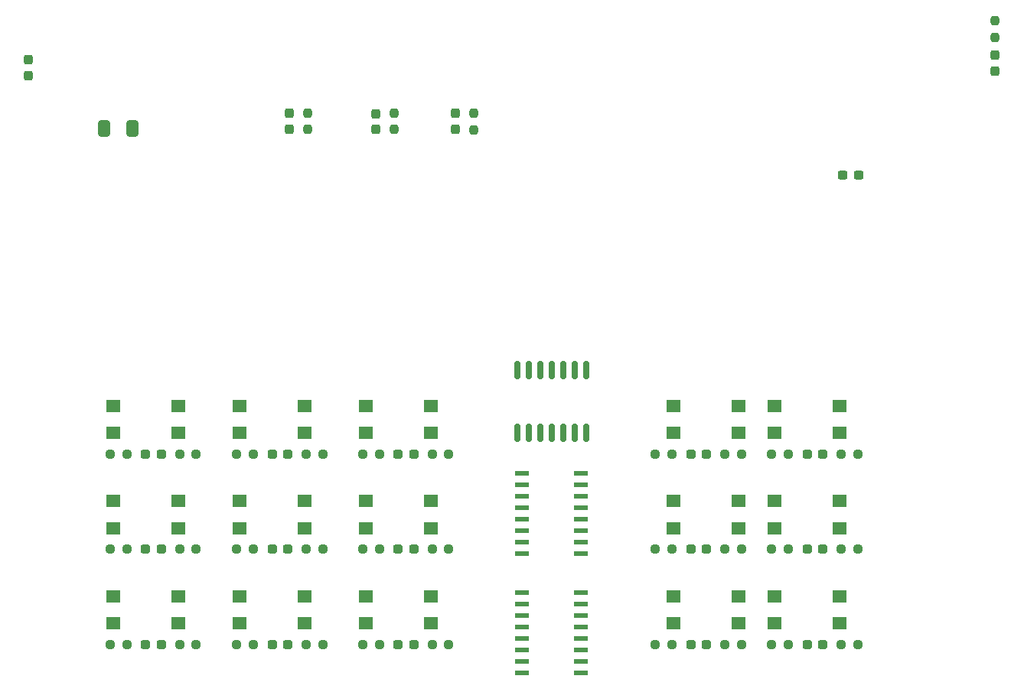
<source format=gbr>
%TF.GenerationSoftware,KiCad,Pcbnew,7.0.7*%
%TF.CreationDate,2024-03-26T15:37:16-05:00*%
%TF.ProjectId,CoreBoard,436f7265-426f-4617-9264-2e6b69636164,rev?*%
%TF.SameCoordinates,Original*%
%TF.FileFunction,Paste,Top*%
%TF.FilePolarity,Positive*%
%FSLAX46Y46*%
G04 Gerber Fmt 4.6, Leading zero omitted, Abs format (unit mm)*
G04 Created by KiCad (PCBNEW 7.0.7) date 2024-03-26 15:37:16*
%MOMM*%
%LPD*%
G01*
G04 APERTURE LIST*
G04 Aperture macros list*
%AMRoundRect*
0 Rectangle with rounded corners*
0 $1 Rounding radius*
0 $2 $3 $4 $5 $6 $7 $8 $9 X,Y pos of 4 corners*
0 Add a 4 corners polygon primitive as box body*
4,1,4,$2,$3,$4,$5,$6,$7,$8,$9,$2,$3,0*
0 Add four circle primitives for the rounded corners*
1,1,$1+$1,$2,$3*
1,1,$1+$1,$4,$5*
1,1,$1+$1,$6,$7*
1,1,$1+$1,$8,$9*
0 Add four rect primitives between the rounded corners*
20,1,$1+$1,$2,$3,$4,$5,0*
20,1,$1+$1,$4,$5,$6,$7,0*
20,1,$1+$1,$6,$7,$8,$9,0*
20,1,$1+$1,$8,$9,$2,$3,0*%
G04 Aperture macros list end*
%ADD10RoundRect,0.237500X-0.287500X-0.237500X0.287500X-0.237500X0.287500X0.237500X-0.287500X0.237500X0*%
%ADD11RoundRect,0.237500X-0.250000X-0.237500X0.250000X-0.237500X0.250000X0.237500X-0.250000X0.237500X0*%
%ADD12R,1.600000X1.400000*%
%ADD13RoundRect,0.237500X0.237500X-0.250000X0.237500X0.250000X-0.237500X0.250000X-0.237500X-0.250000X0*%
%ADD14RoundRect,0.250000X-0.412500X-0.650000X0.412500X-0.650000X0.412500X0.650000X-0.412500X0.650000X0*%
%ADD15RoundRect,0.237500X-0.237500X0.287500X-0.237500X-0.287500X0.237500X-0.287500X0.237500X0.287500X0*%
%ADD16RoundRect,0.237500X0.237500X-0.300000X0.237500X0.300000X-0.237500X0.300000X-0.237500X-0.300000X0*%
%ADD17RoundRect,0.150000X-0.150000X0.837500X-0.150000X-0.837500X0.150000X-0.837500X0.150000X0.837500X0*%
%ADD18RoundRect,0.237500X-0.300000X-0.237500X0.300000X-0.237500X0.300000X0.237500X-0.300000X0.237500X0*%
%ADD19RoundRect,0.237500X-0.237500X0.250000X-0.237500X-0.250000X0.237500X-0.250000X0.237500X0.250000X0*%
%ADD20RoundRect,0.237500X0.237500X-0.287500X0.237500X0.287500X-0.237500X0.287500X-0.237500X-0.287500X0*%
%ADD21RoundRect,0.137500X0.662500X0.137500X-0.662500X0.137500X-0.662500X-0.137500X0.662500X-0.137500X0*%
%ADD22RoundRect,0.137500X-0.662500X-0.137500X0.662500X-0.137500X0.662500X0.137500X-0.662500X0.137500X0*%
G04 APERTURE END LIST*
D10*
%TO.C,D6*%
X111266000Y-111125000D03*
X113016000Y-111125000D03*
%TD*%
D11*
%TO.C,R16*%
X115038500Y-121666000D03*
X116863500Y-121666000D03*
%TD*%
%TO.C,R6*%
X115038500Y-111125000D03*
X116863500Y-111125000D03*
%TD*%
D12*
%TO.C,SW15*%
X166834000Y-95274000D03*
X174034000Y-95274000D03*
X166834000Y-98274000D03*
X174034000Y-98274000D03*
%TD*%
D11*
%TO.C,R5*%
X101043100Y-111125000D03*
X102868100Y-111125000D03*
%TD*%
D10*
%TO.C,D17*%
X157570200Y-121666000D03*
X159320200Y-121666000D03*
%TD*%
D12*
%TO.C,SW14*%
X155658000Y-116356000D03*
X162858000Y-116356000D03*
X155658000Y-119356000D03*
X162858000Y-119356000D03*
%TD*%
D11*
%TO.C,R8*%
X161342700Y-111125000D03*
X163167700Y-111125000D03*
%TD*%
D10*
%TO.C,D9*%
X170448000Y-121666000D03*
X172198000Y-121666000D03*
%TD*%
D12*
%TO.C,SW13*%
X121622000Y-95274000D03*
X128822000Y-95274000D03*
X121622000Y-98274000D03*
X128822000Y-98274000D03*
%TD*%
D11*
%TO.C,R14*%
X174245900Y-121666000D03*
X176070900Y-121666000D03*
%TD*%
D12*
%TO.C,SW12*%
X107652000Y-95274000D03*
X114852000Y-95274000D03*
X107652000Y-98274000D03*
X114852000Y-98274000D03*
%TD*%
D10*
%TO.C,D10*%
X97245200Y-121666000D03*
X98995200Y-121666000D03*
%TD*%
D11*
%TO.C,R9*%
X166524300Y-111125000D03*
X168349300Y-111125000D03*
%TD*%
D13*
%TO.C,R36*%
X133604000Y-64704600D03*
X133604000Y-62879600D03*
%TD*%
D11*
%TO.C,R20*%
X93359600Y-121666000D03*
X95184600Y-121666000D03*
%TD*%
%TO.C,R10*%
X93359600Y-111125000D03*
X95184600Y-111125000D03*
%TD*%
%TO.C,R19*%
X166524300Y-121666000D03*
X168349300Y-121666000D03*
%TD*%
D10*
%TO.C,D12*%
X125185200Y-121666000D03*
X126935200Y-121666000D03*
%TD*%
D11*
%TO.C,R33*%
X166524300Y-100584000D03*
X168349300Y-100584000D03*
%TD*%
D12*
%TO.C,SW4*%
X121622000Y-105815000D03*
X128822000Y-105815000D03*
X121622000Y-108815000D03*
X128822000Y-108815000D03*
%TD*%
D14*
%TO.C,C2*%
X92671500Y-64516000D03*
X95796500Y-64516000D03*
%TD*%
D10*
%TO.C,D16*%
X125185200Y-100584000D03*
X126935200Y-100584000D03*
%TD*%
D11*
%TO.C,R23*%
X153659200Y-100584000D03*
X155484200Y-100584000D03*
%TD*%
%TO.C,R18*%
X161342700Y-100584000D03*
X163167700Y-100584000D03*
%TD*%
%TO.C,R29*%
X93359600Y-100584000D03*
X95184600Y-100584000D03*
%TD*%
D15*
%TO.C,D20*%
X113118300Y-62867600D03*
X113118300Y-64617600D03*
%TD*%
D11*
%TO.C,R28*%
X174245900Y-100584000D03*
X176070900Y-100584000D03*
%TD*%
D16*
%TO.C,C3*%
X84328000Y-58674000D03*
X84328000Y-56949000D03*
%TD*%
D17*
%TO.C,U6*%
X145999200Y-91279500D03*
X144729200Y-91279500D03*
X143459200Y-91279500D03*
X142189200Y-91279500D03*
X140919200Y-91279500D03*
X139649200Y-91279500D03*
X138379200Y-91279500D03*
X138379200Y-98204500D03*
X139649200Y-98204500D03*
X140919200Y-98204500D03*
X142189200Y-98204500D03*
X143459200Y-98204500D03*
X144729200Y-98204500D03*
X145999200Y-98204500D03*
%TD*%
D11*
%TO.C,R21*%
X107342300Y-121666000D03*
X109167300Y-121666000D03*
%TD*%
D10*
%TO.C,D15*%
X111266000Y-100584000D03*
X113016000Y-100584000D03*
%TD*%
%TO.C,D13*%
X157570200Y-100584000D03*
X159320200Y-100584000D03*
%TD*%
D12*
%TO.C,SW9*%
X121622000Y-116356000D03*
X128822000Y-116356000D03*
X121622000Y-119356000D03*
X128822000Y-119356000D03*
%TD*%
%TO.C,SW8*%
X107652000Y-116356000D03*
X114852000Y-116356000D03*
X107652000Y-119356000D03*
X114852000Y-119356000D03*
%TD*%
D18*
%TO.C,C1*%
X174397500Y-69697600D03*
X176122500Y-69697600D03*
%TD*%
D19*
%TO.C,R38*%
X124728500Y-62841500D03*
X124728500Y-64666500D03*
%TD*%
D20*
%TO.C,D21*%
X131572000Y-64629000D03*
X131572000Y-62879000D03*
%TD*%
D11*
%TO.C,R4*%
X174245900Y-111125000D03*
X176070900Y-111125000D03*
%TD*%
D10*
%TO.C,D5*%
X97245200Y-111125000D03*
X98995200Y-111125000D03*
%TD*%
D11*
%TO.C,R30*%
X107342300Y-100584000D03*
X109167300Y-100584000D03*
%TD*%
D10*
%TO.C,D8*%
X157570200Y-111125000D03*
X159320200Y-111125000D03*
%TD*%
D11*
%TO.C,R32*%
X153659200Y-121666000D03*
X155484200Y-121666000D03*
%TD*%
%TO.C,R27*%
X161342700Y-121666000D03*
X163167700Y-121666000D03*
%TD*%
D21*
%TO.C,U4*%
X145439200Y-124841000D03*
X145439200Y-123571000D03*
X145439200Y-122301000D03*
X145439200Y-121031000D03*
X145439200Y-119761000D03*
X145439200Y-118491000D03*
X145439200Y-117221000D03*
X145439200Y-115951000D03*
X138939200Y-115951000D03*
X138939200Y-117221000D03*
X138939200Y-118491000D03*
X138939200Y-119761000D03*
X138939200Y-121031000D03*
X138939200Y-122301000D03*
X138939200Y-123571000D03*
X138939200Y-124841000D03*
%TD*%
D11*
%TO.C,R11*%
X107342300Y-111125000D03*
X109167300Y-111125000D03*
%TD*%
%TO.C,R7*%
X128957700Y-111125000D03*
X130782700Y-111125000D03*
%TD*%
D10*
%TO.C,D11*%
X111266000Y-121666000D03*
X113016000Y-121666000D03*
%TD*%
%TO.C,D7*%
X125185200Y-111125000D03*
X126935200Y-111125000D03*
%TD*%
D11*
%TO.C,R15*%
X101043100Y-121666000D03*
X102868100Y-121666000D03*
%TD*%
D22*
%TO.C,U5*%
X138939200Y-102743000D03*
X138939200Y-104013000D03*
X138939200Y-105283000D03*
X138939200Y-106553000D03*
X138939200Y-107823000D03*
X138939200Y-109093000D03*
X138939200Y-110363000D03*
X138939200Y-111633000D03*
X145439200Y-111633000D03*
X145439200Y-110363000D03*
X145439200Y-109093000D03*
X145439200Y-107823000D03*
X145439200Y-106553000D03*
X145439200Y-105283000D03*
X145439200Y-104013000D03*
X145439200Y-102743000D03*
%TD*%
D12*
%TO.C,SW5*%
X155658000Y-105815000D03*
X162858000Y-105815000D03*
X155658000Y-108815000D03*
X162858000Y-108815000D03*
%TD*%
D10*
%TO.C,D4*%
X170448000Y-111125000D03*
X172198000Y-111125000D03*
%TD*%
D11*
%TO.C,R24*%
X101043100Y-100584000D03*
X102868100Y-100584000D03*
%TD*%
D10*
%TO.C,D14*%
X97245200Y-100584000D03*
X98995200Y-100584000D03*
%TD*%
D12*
%TO.C,SW2*%
X93682000Y-105815000D03*
X100882000Y-105815000D03*
X93682000Y-108815000D03*
X100882000Y-108815000D03*
%TD*%
%TO.C,SW3*%
X107652000Y-105815000D03*
X114852000Y-105815000D03*
X107652000Y-108815000D03*
X114852000Y-108815000D03*
%TD*%
D11*
%TO.C,R13*%
X153659200Y-111125000D03*
X155484200Y-111125000D03*
%TD*%
%TO.C,R17*%
X128957700Y-121666000D03*
X130782700Y-121666000D03*
%TD*%
D12*
%TO.C,SW6*%
X166834000Y-116356000D03*
X174034000Y-116356000D03*
X166834000Y-119356000D03*
X174034000Y-119356000D03*
%TD*%
D20*
%TO.C,D19*%
X191249500Y-58200000D03*
X191249500Y-56450000D03*
%TD*%
D11*
%TO.C,R31*%
X121312300Y-100584000D03*
X123137300Y-100584000D03*
%TD*%
%TO.C,R12*%
X121312300Y-111125000D03*
X123137300Y-111125000D03*
%TD*%
D13*
%TO.C,R34*%
X191249500Y-54437000D03*
X191249500Y-52612000D03*
%TD*%
D19*
%TO.C,R35*%
X115150300Y-62830100D03*
X115150300Y-64655100D03*
%TD*%
D12*
%TO.C,SW11*%
X93682000Y-95274000D03*
X100882000Y-95274000D03*
X93682000Y-98274000D03*
X100882000Y-98274000D03*
%TD*%
D10*
%TO.C,D18*%
X170448000Y-100584000D03*
X172198000Y-100584000D03*
%TD*%
D12*
%TO.C,SW7*%
X93682000Y-116356000D03*
X100882000Y-116356000D03*
X93682000Y-119356000D03*
X100882000Y-119356000D03*
%TD*%
D15*
%TO.C,D23*%
X122696500Y-62917100D03*
X122696500Y-64667100D03*
%TD*%
D11*
%TO.C,R25*%
X115038500Y-100584000D03*
X116863500Y-100584000D03*
%TD*%
D12*
%TO.C,SW10*%
X155658000Y-95274000D03*
X162858000Y-95274000D03*
X155658000Y-98274000D03*
X162858000Y-98274000D03*
%TD*%
D11*
%TO.C,R22*%
X121312300Y-121666000D03*
X123137300Y-121666000D03*
%TD*%
%TO.C,R26*%
X128957700Y-100584000D03*
X130782700Y-100584000D03*
%TD*%
D12*
%TO.C,SW1*%
X166834000Y-105815000D03*
X174034000Y-105815000D03*
X166834000Y-108815000D03*
X174034000Y-108815000D03*
%TD*%
M02*

</source>
